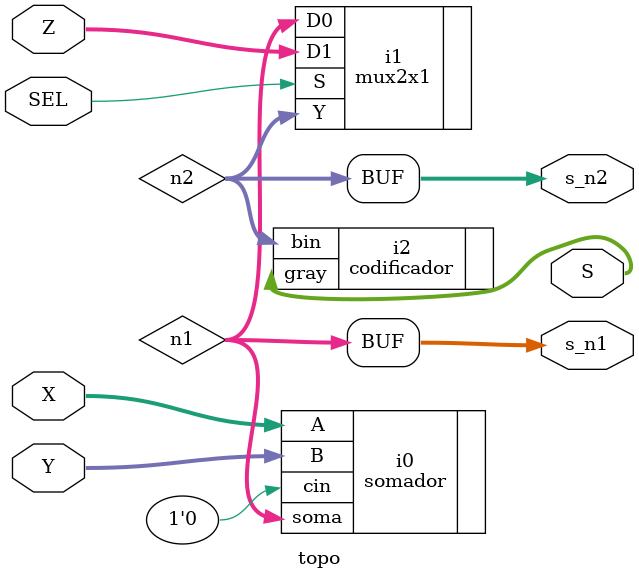
<source format=v>
module topo (
    input [2:0] X, Y, Z,
    input SEL,
    output [2:0] s_n1, s_n2, S
);
    wire [2:0] n1, n2;
    
    somador i0(.A(X), .B(Y), .soma(n1), .cin(1'b0));
    mux2x1 i1(.S(SEL), .D0(n1), .D1(Z), .Y(n2));

    codificador i2(.bin(n2), .gray(S));

    assign s_n1 = n1;
    assign s_n2 = n2;

endmodule
</source>
